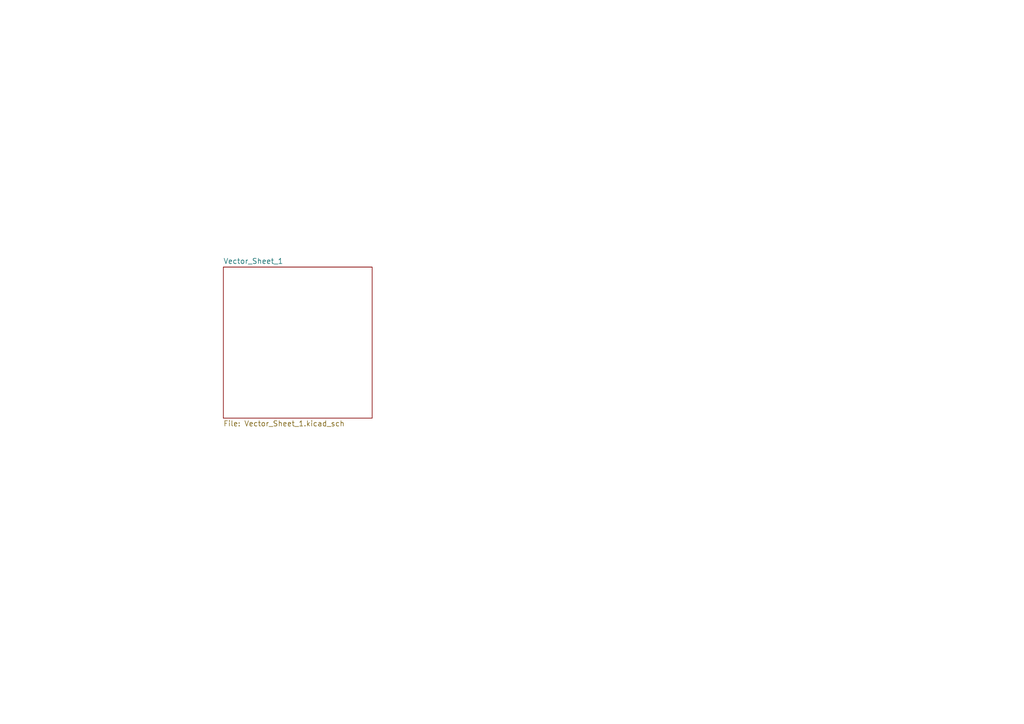
<source format=kicad_sch>
(kicad_sch (version 20211123) (generator eeschema)
  (paper "A4")
  (lib_symbols)
  (sheet (at 64.77 77.47) (size 43.18 43.815)
    (property "Sheet name" "Vector_Sheet_1" (at 64.77 76.6314 0) (effects (font (size 1.524 1.524)) (justify left bottom)))
    (property "Sheet file" "Vector_Sheet_1.kicad_sch" (at 64.77 121.9712 0) (effects (font (size 1.524 1.524)) (justify left top)))
  )
)
</source>
